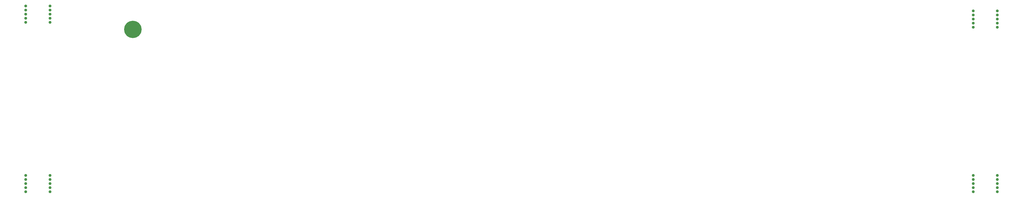
<source format=gbs>
%TF.GenerationSoftware,KiCad,Pcbnew,(5.1.6-0-10_14)*%
%TF.CreationDate,2020-08-10T13:13:59+09:00*%
%TF.ProjectId,keyplate,6b657970-6c61-4746-952e-6b696361645f,rev?*%
%TF.SameCoordinates,Original*%
%TF.FileFunction,Soldermask,Bot*%
%TF.FilePolarity,Negative*%
%FSLAX46Y46*%
G04 Gerber Fmt 4.6, Leading zero omitted, Abs format (unit mm)*
G04 Created by KiCad (PCBNEW (5.1.6-0-10_14)) date 2020-08-10 13:13:59*
%MOMM*%
%LPD*%
G01*
G04 APERTURE LIST*
%ADD10C,0.887400*%
%ADD11C,5.400000*%
G04 APERTURE END LIST*
D10*
%TO.C,REF\u002A\u002A*%
X327846000Y-23100000D03*
X327846000Y-21830000D03*
X327846000Y-20560000D03*
X327846000Y-24370000D03*
X327846000Y-25640000D03*
%TD*%
%TO.C,REF\u002A\u002A*%
X320354000Y-23100000D03*
X320354000Y-24370000D03*
X320354000Y-25640000D03*
X320354000Y-21830000D03*
X320354000Y-20560000D03*
%TD*%
%TO.C,REF\u002A\u002A*%
X327846000Y-74300000D03*
X327846000Y-73030000D03*
X327846000Y-71760000D03*
X327846000Y-75570000D03*
X327846000Y-76840000D03*
%TD*%
%TO.C,REF\u002A\u002A*%
X320354000Y-74300000D03*
X320354000Y-75570000D03*
X320354000Y-76840000D03*
X320354000Y-73030000D03*
X320354000Y-71760000D03*
%TD*%
%TO.C,REF\u002A\u002A*%
X34446000Y-74300000D03*
X34446000Y-73030000D03*
X34446000Y-71760000D03*
X34446000Y-75570000D03*
X34446000Y-76840000D03*
%TD*%
%TO.C,REF\u002A\u002A*%
X26954000Y-74300000D03*
X26954000Y-75570000D03*
X26954000Y-76840000D03*
X26954000Y-73030000D03*
X26954000Y-71760000D03*
%TD*%
%TO.C,REF\u002A\u002A*%
X26954000Y-19060000D03*
X26954000Y-20330000D03*
X26954000Y-24140000D03*
X26954000Y-22870000D03*
X26954000Y-21600000D03*
%TD*%
%TO.C,REF\u002A\u002A*%
X34446000Y-24140000D03*
X34446000Y-22870000D03*
X34446000Y-19060000D03*
X34446000Y-20330000D03*
X34446000Y-21600000D03*
%TD*%
D11*
%TO.C,REF\u002A\u002A*%
X60100000Y-26350000D03*
%TD*%
M02*

</source>
